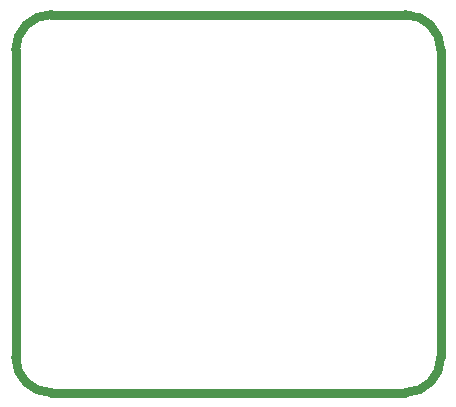
<source format=gm1>
G04 #@! TF.GenerationSoftware,KiCad,Pcbnew,(5.1.4)-1*
G04 #@! TF.CreationDate,2019-10-18T13:19:36+02:00*
G04 #@! TF.ProjectId,FV1-usbprog,4656312d-7573-4627-9072-6f672e6b6963,rev?*
G04 #@! TF.SameCoordinates,Original*
G04 #@! TF.FileFunction,Profile,NP*
%FSLAX46Y46*%
G04 Gerber Fmt 4.6, Leading zero omitted, Abs format (unit mm)*
G04 Created by KiCad (PCBNEW (5.1.4)-1) date 2019-10-18 13:19:36*
%MOMM*%
%LPD*%
G04 APERTURE LIST*
%ADD10C,0.800000*%
G04 APERTURE END LIST*
D10*
X165250000Y-107500000D02*
G75*
G03X162250000Y-110500000I0J-3000000D01*
G01*
X198250000Y-110500000D02*
G75*
G03X195250000Y-107500000I-3000000J0D01*
G01*
X195250000Y-139500000D02*
G75*
G03X198250000Y-136500000I0J3000000D01*
G01*
X162250000Y-136500000D02*
G75*
G03X165250000Y-139500000I3000000J0D01*
G01*
X162250000Y-110500000D02*
X162250000Y-136500000D01*
X195250000Y-107500000D02*
X165250000Y-107500000D01*
X198250000Y-136500000D02*
X198250000Y-110500000D01*
X165250000Y-139500000D02*
X195250000Y-139500000D01*
M02*

</source>
